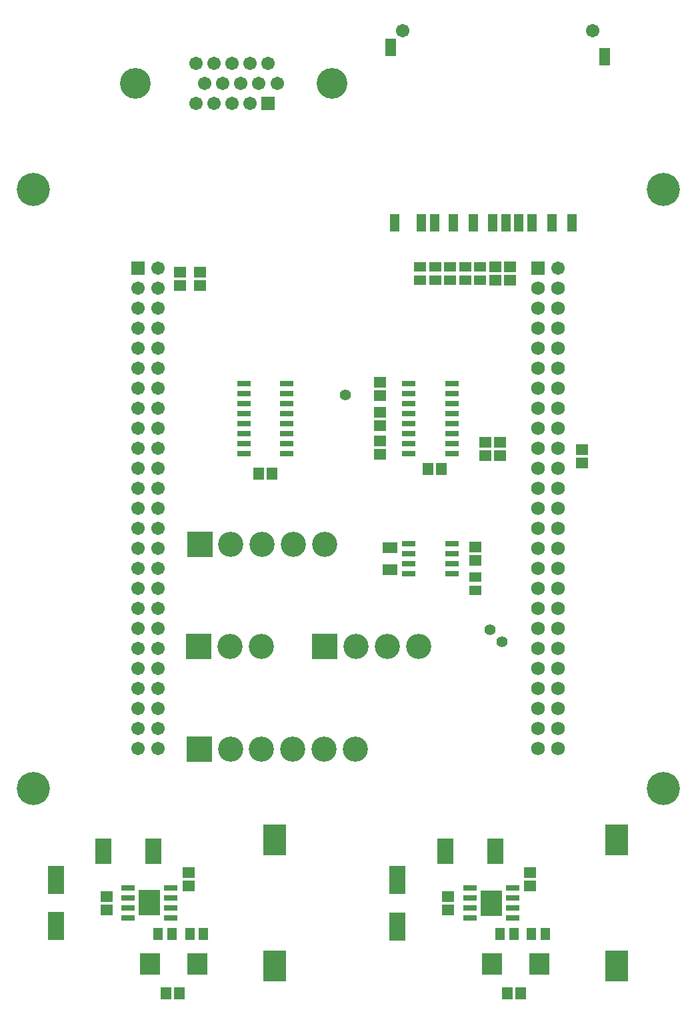
<source format=gbs>
G04 Layer_Color=16711935*
%FSAX24Y24*%
%MOIN*%
G70*
G01*
G75*
%ADD42R,0.0631X0.0513*%
%ADD43R,0.0848X0.1281*%
%ADD44C,0.1655*%
%ADD45C,0.1261*%
%ADD46R,0.1261X0.1261*%
%ADD47C,0.0671*%
%ADD48C,0.1537*%
%ADD49R,0.0671X0.0671*%
%ADD50C,0.0680*%
%ADD51R,0.0671X0.0671*%
%ADD52C,0.0552*%
%ADD53R,0.0651X0.0316*%
%ADD54R,0.0789X0.1438*%
%ADD55R,0.1045X0.1064*%
%ADD56R,0.0631X0.0552*%
%ADD57R,0.0552X0.0631*%
%ADD58R,0.1123X0.1537*%
%ADD59R,0.0513X0.0631*%
%ADD60R,0.0552X0.0867*%
%ADD61R,0.0474X0.0867*%
%ADD62R,0.1104X0.1300*%
%ADD63R,0.0769X0.0572*%
%ADD64C,0.0434*%
D42*
X039500Y048694D02*
D03*
Y048006D02*
D03*
X038750Y048694D02*
D03*
Y048006D02*
D03*
X038000Y048694D02*
D03*
Y048006D02*
D03*
X037250Y048694D02*
D03*
Y048006D02*
D03*
X036500Y048694D02*
D03*
Y048006D02*
D03*
X039250Y033194D02*
D03*
Y032506D02*
D03*
D43*
X023158Y019491D02*
D03*
X020658D02*
D03*
X040250Y019491D02*
D03*
X037750D02*
D03*
D44*
X048638Y052549D02*
D03*
X017142D02*
D03*
X048638Y022628D02*
D03*
X017142D02*
D03*
D45*
X026984Y029714D02*
D03*
X028543D02*
D03*
X030150Y034832D02*
D03*
X028591D02*
D03*
X027031D02*
D03*
X031709D02*
D03*
X033244Y024596D02*
D03*
X030126D02*
D03*
X028567D02*
D03*
X027008D02*
D03*
X031685D02*
D03*
X036409Y029714D02*
D03*
X034850D02*
D03*
X033291D02*
D03*
D46*
X025425D02*
D03*
X025472Y034832D02*
D03*
X025449Y024596D02*
D03*
X031732Y029714D02*
D03*
D47*
X045134Y060470D02*
D03*
X035606D02*
D03*
X028886Y058864D02*
D03*
X027984D02*
D03*
X027083D02*
D03*
X026181D02*
D03*
X025280D02*
D03*
X028435Y057864D02*
D03*
X027533D02*
D03*
X026632D02*
D03*
X025730D02*
D03*
X029337D02*
D03*
X025279Y056864D02*
D03*
X027984D02*
D03*
X027083D02*
D03*
X026181D02*
D03*
X023390Y048604D02*
D03*
X022390Y047604D02*
D03*
X023390D02*
D03*
X022390Y046604D02*
D03*
X023390D02*
D03*
X022390Y045604D02*
D03*
X023390D02*
D03*
X022390Y044604D02*
D03*
X023390D02*
D03*
X022390Y043604D02*
D03*
X023390D02*
D03*
X022390Y042604D02*
D03*
X023390D02*
D03*
X022390Y041604D02*
D03*
X023390D02*
D03*
X022390Y040604D02*
D03*
X023390D02*
D03*
X022390Y039604D02*
D03*
X023390D02*
D03*
X022390Y038604D02*
D03*
X023390D02*
D03*
X022390Y037604D02*
D03*
X023390D02*
D03*
X022390Y036604D02*
D03*
X023390D02*
D03*
X022390Y035604D02*
D03*
X023390D02*
D03*
X022390Y034604D02*
D03*
X023390D02*
D03*
X022390Y033604D02*
D03*
X023390D02*
D03*
X022390Y032604D02*
D03*
X023390D02*
D03*
X022390Y031604D02*
D03*
X023390D02*
D03*
X022390Y030604D02*
D03*
X023390D02*
D03*
X022390Y029604D02*
D03*
X023390D02*
D03*
X022390Y028604D02*
D03*
X023390D02*
D03*
X022390Y027604D02*
D03*
X023390D02*
D03*
X022390Y026604D02*
D03*
X023390D02*
D03*
X022390Y025604D02*
D03*
X023390D02*
D03*
X022390Y024604D02*
D03*
X023390D02*
D03*
X043390Y048604D02*
D03*
D48*
X032102Y057864D02*
D03*
X022260D02*
D03*
D49*
X028886Y056864D02*
D03*
D50*
X043390Y024604D02*
D03*
X042390D02*
D03*
X043390Y025604D02*
D03*
X042390D02*
D03*
X043390Y026604D02*
D03*
X042390D02*
D03*
X043390Y027604D02*
D03*
X042390D02*
D03*
X043390Y028604D02*
D03*
X042390D02*
D03*
X043390Y029604D02*
D03*
X042390D02*
D03*
X043390Y030604D02*
D03*
X042390D02*
D03*
X043390Y031604D02*
D03*
X042390D02*
D03*
X043390Y032604D02*
D03*
X042390D02*
D03*
X043390Y033604D02*
D03*
X042390D02*
D03*
X043390Y034604D02*
D03*
X042390D02*
D03*
X043390Y035604D02*
D03*
X042390D02*
D03*
X043390Y036604D02*
D03*
X042390D02*
D03*
X043390Y037604D02*
D03*
X042390D02*
D03*
X043390Y038604D02*
D03*
X042390D02*
D03*
X043390Y039604D02*
D03*
X042390D02*
D03*
X043390Y040604D02*
D03*
X042390D02*
D03*
X043390Y041604D02*
D03*
X042390D02*
D03*
X043390Y042604D02*
D03*
X042390D02*
D03*
X043390Y043604D02*
D03*
X042390D02*
D03*
X043390Y044604D02*
D03*
X042390D02*
D03*
X043390Y045604D02*
D03*
X042390D02*
D03*
X043390Y046604D02*
D03*
X042390D02*
D03*
X043390Y047604D02*
D03*
X042390D02*
D03*
D51*
X022390Y048604D02*
D03*
X042390D02*
D03*
D52*
X040000Y030550D02*
D03*
X040600Y029950D02*
D03*
X032750Y042300D02*
D03*
D53*
X029823Y042350D02*
D03*
Y041850D02*
D03*
Y042850D02*
D03*
Y039850D02*
D03*
Y041350D02*
D03*
Y040350D02*
D03*
Y040850D02*
D03*
Y039350D02*
D03*
X027677Y042350D02*
D03*
Y042850D02*
D03*
Y041350D02*
D03*
Y041850D02*
D03*
Y040350D02*
D03*
Y040850D02*
D03*
Y039850D02*
D03*
Y039350D02*
D03*
X038073Y042850D02*
D03*
Y042350D02*
D03*
Y041850D02*
D03*
Y041350D02*
D03*
Y040850D02*
D03*
Y040350D02*
D03*
Y039850D02*
D03*
Y039350D02*
D03*
X035927Y042850D02*
D03*
Y042350D02*
D03*
Y041850D02*
D03*
Y041350D02*
D03*
Y040850D02*
D03*
Y040350D02*
D03*
Y039850D02*
D03*
Y039350D02*
D03*
X038073Y034350D02*
D03*
Y034850D02*
D03*
Y033850D02*
D03*
Y033350D02*
D03*
X035927Y034850D02*
D03*
Y033850D02*
D03*
Y034350D02*
D03*
Y033350D02*
D03*
X021885Y016168D02*
D03*
Y016668D02*
D03*
Y017168D02*
D03*
Y017668D02*
D03*
X024030Y016168D02*
D03*
Y016668D02*
D03*
Y017168D02*
D03*
Y017668D02*
D03*
X038977Y016150D02*
D03*
Y016650D02*
D03*
Y017150D02*
D03*
Y017650D02*
D03*
X041123Y016150D02*
D03*
Y016650D02*
D03*
Y017150D02*
D03*
Y017650D02*
D03*
D54*
X035366Y015735D02*
D03*
Y018057D02*
D03*
X018274Y015739D02*
D03*
Y018061D02*
D03*
D55*
X025359Y013865D02*
D03*
X022977D02*
D03*
X042451Y013865D02*
D03*
X040069D02*
D03*
D56*
X020808Y017235D02*
D03*
Y016565D02*
D03*
X024908Y018435D02*
D03*
Y017765D02*
D03*
X040500Y039935D02*
D03*
Y039265D02*
D03*
X039750Y039935D02*
D03*
Y039265D02*
D03*
X034500Y042935D02*
D03*
Y042265D02*
D03*
Y041435D02*
D03*
Y040765D02*
D03*
Y039976D02*
D03*
Y039307D02*
D03*
X041000Y048685D02*
D03*
Y048015D02*
D03*
X040250Y048685D02*
D03*
Y048015D02*
D03*
X042000Y018435D02*
D03*
Y017765D02*
D03*
X037900Y017235D02*
D03*
Y016565D02*
D03*
X044573Y039545D02*
D03*
Y038876D02*
D03*
X024500Y048435D02*
D03*
Y047765D02*
D03*
X039250Y034685D02*
D03*
Y034015D02*
D03*
X025500Y048435D02*
D03*
Y047765D02*
D03*
D57*
X023773Y012387D02*
D03*
X024443D02*
D03*
X037555Y038584D02*
D03*
X036886D02*
D03*
X040865Y012387D02*
D03*
X041535D02*
D03*
X029085Y038350D02*
D03*
X028415D02*
D03*
D58*
X029219Y020050D02*
D03*
Y013750D02*
D03*
X046311Y020050D02*
D03*
Y013750D02*
D03*
D59*
X025664Y015343D02*
D03*
X024975D02*
D03*
X024089D02*
D03*
X023400D02*
D03*
X041182Y015343D02*
D03*
X040493D02*
D03*
X042756D02*
D03*
X042067D02*
D03*
D60*
X045724Y059170D02*
D03*
X035016Y059643D02*
D03*
D61*
X044071Y050899D02*
D03*
X043087D02*
D03*
X041433D02*
D03*
X040783D02*
D03*
X042102D02*
D03*
X039150D02*
D03*
X038165D02*
D03*
X040134D02*
D03*
X037213D02*
D03*
X035224D02*
D03*
X036543D02*
D03*
D62*
X022957Y016918D02*
D03*
X040050Y016900D02*
D03*
D63*
X035000Y034651D02*
D03*
Y033549D02*
D03*
D64*
X022741Y016918D02*
D03*
Y016485D02*
D03*
X023174D02*
D03*
Y016918D02*
D03*
Y017351D02*
D03*
X022741D02*
D03*
X039833Y016900D02*
D03*
Y016467D02*
D03*
X040267D02*
D03*
Y016900D02*
D03*
Y017333D02*
D03*
X039833D02*
D03*
M02*

</source>
